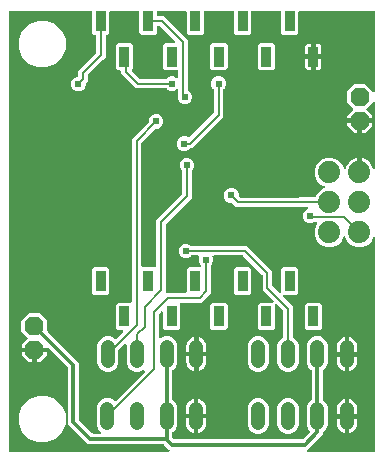
<source format=gbr>
G04 EAGLE Gerber X2 export*
%TF.Part,Single*%
%TF.FileFunction,Copper,L2,Bot,Mixed*%
%TF.FilePolarity,Positive*%
%TF.GenerationSoftware,Autodesk,EAGLE,9.1.3*%
%TF.CreationDate,2018-09-23T19:11:10Z*%
G75*
%MOMM*%
%FSLAX34Y34*%
%LPD*%
%AMOC8*
5,1,8,0,0,1.08239X$1,22.5*%
G01*
%ADD10C,1.879600*%
%ADD11R,0.850000X1.700000*%
%ADD12C,1.200000*%
%ADD13P,1.732040X8X22.500000*%
%ADD14C,0.604000*%
%ADD15C,0.203200*%
%ADD16C,0.304800*%

G36*
X138685Y3815D02*
X138685Y3815D01*
X138714Y3812D01*
X138825Y3835D01*
X138937Y3851D01*
X138964Y3863D01*
X138992Y3868D01*
X139093Y3920D01*
X139196Y3967D01*
X139219Y3986D01*
X139245Y3999D01*
X139327Y4077D01*
X139413Y4150D01*
X139430Y4175D01*
X139451Y4195D01*
X139508Y4293D01*
X139571Y4387D01*
X139580Y4415D01*
X139595Y4440D01*
X139622Y4550D01*
X139657Y4658D01*
X139657Y4688D01*
X139665Y4716D01*
X139661Y4829D01*
X139664Y4942D01*
X139657Y4971D01*
X139656Y5000D01*
X139621Y5108D01*
X139592Y5217D01*
X139577Y5243D01*
X139568Y5271D01*
X139523Y5334D01*
X139447Y5462D01*
X139401Y5505D01*
X139373Y5544D01*
X135055Y9862D01*
X134985Y9914D01*
X134922Y9974D01*
X134872Y10000D01*
X134828Y10033D01*
X134746Y10064D01*
X134668Y10104D01*
X134621Y10112D01*
X134562Y10134D01*
X134415Y10146D01*
X134337Y10159D01*
X70750Y10159D01*
X53593Y27316D01*
X53593Y75155D01*
X53581Y75242D01*
X53578Y75329D01*
X53561Y75382D01*
X53553Y75437D01*
X53518Y75517D01*
X53491Y75600D01*
X53463Y75639D01*
X53437Y75696D01*
X53341Y75810D01*
X53296Y75873D01*
X37265Y91904D01*
X37196Y91956D01*
X37132Y92016D01*
X37082Y92042D01*
X37038Y92075D01*
X36956Y92106D01*
X36878Y92146D01*
X36831Y92154D01*
X36772Y92176D01*
X36625Y92188D01*
X36547Y92201D01*
X26162Y92201D01*
X26104Y92193D01*
X26046Y92195D01*
X25964Y92173D01*
X25881Y92161D01*
X25827Y92137D01*
X25771Y92123D01*
X25698Y92080D01*
X25621Y92045D01*
X25577Y92007D01*
X25526Y91977D01*
X25469Y91916D01*
X25404Y91861D01*
X25372Y91813D01*
X25332Y91770D01*
X25293Y91695D01*
X25247Y91625D01*
X25229Y91569D01*
X25202Y91517D01*
X25191Y91449D01*
X25161Y91354D01*
X25158Y91254D01*
X25147Y91186D01*
X25147Y90169D01*
X25145Y90169D01*
X25145Y91186D01*
X25138Y91234D01*
X25138Y91239D01*
X25137Y91244D01*
X25138Y91302D01*
X25117Y91384D01*
X25105Y91467D01*
X25081Y91521D01*
X25067Y91577D01*
X25024Y91650D01*
X24989Y91727D01*
X24951Y91772D01*
X24921Y91822D01*
X24860Y91880D01*
X24805Y91944D01*
X24757Y91976D01*
X24714Y92016D01*
X24639Y92055D01*
X24569Y92101D01*
X24513Y92119D01*
X24461Y92146D01*
X24393Y92157D01*
X24298Y92187D01*
X24198Y92190D01*
X24130Y92201D01*
X14604Y92201D01*
X14604Y94537D01*
X19321Y99253D01*
X19356Y99300D01*
X19398Y99340D01*
X19441Y99413D01*
X19492Y99480D01*
X19512Y99535D01*
X19542Y99585D01*
X19563Y99667D01*
X19593Y99746D01*
X19598Y99804D01*
X19612Y99861D01*
X19609Y99945D01*
X19616Y100029D01*
X19605Y100086D01*
X19603Y100145D01*
X19577Y100225D01*
X19560Y100308D01*
X19534Y100360D01*
X19516Y100415D01*
X19475Y100472D01*
X19429Y100560D01*
X19361Y100633D01*
X19321Y100689D01*
X14096Y105913D01*
X14096Y115067D01*
X20569Y121540D01*
X29723Y121540D01*
X36196Y115067D01*
X36196Y106328D01*
X36203Y106273D01*
X36202Y106235D01*
X36209Y106209D01*
X36211Y106154D01*
X36228Y106101D01*
X36236Y106046D01*
X36271Y105966D01*
X36298Y105883D01*
X36326Y105844D01*
X36352Y105787D01*
X36448Y105673D01*
X36493Y105610D01*
X62739Y79364D01*
X62739Y31525D01*
X62751Y31438D01*
X62754Y31351D01*
X62771Y31298D01*
X62779Y31243D01*
X62814Y31163D01*
X62841Y31080D01*
X62869Y31041D01*
X62895Y30984D01*
X62991Y30870D01*
X63036Y30807D01*
X74241Y19602D01*
X74311Y19550D01*
X74374Y19490D01*
X74424Y19464D01*
X74468Y19431D01*
X74550Y19400D01*
X74628Y19360D01*
X74675Y19352D01*
X74734Y19330D01*
X74881Y19318D01*
X74959Y19305D01*
X80789Y19305D01*
X80819Y19309D01*
X80848Y19306D01*
X80959Y19329D01*
X81071Y19345D01*
X81098Y19357D01*
X81126Y19362D01*
X81227Y19415D01*
X81330Y19461D01*
X81353Y19480D01*
X81379Y19493D01*
X81461Y19571D01*
X81547Y19644D01*
X81564Y19669D01*
X81585Y19689D01*
X81642Y19787D01*
X81705Y19881D01*
X81714Y19909D01*
X81729Y19934D01*
X81756Y20044D01*
X81791Y20152D01*
X81791Y20182D01*
X81799Y20210D01*
X81795Y20323D01*
X81798Y20436D01*
X81791Y20465D01*
X81790Y20494D01*
X81755Y20602D01*
X81726Y20711D01*
X81711Y20737D01*
X81702Y20765D01*
X81657Y20828D01*
X81581Y20956D01*
X81535Y20999D01*
X81507Y21038D01*
X79381Y23164D01*
X78003Y26490D01*
X78003Y42090D01*
X79381Y45416D01*
X81926Y47961D01*
X85252Y49339D01*
X88852Y49339D01*
X92178Y47961D01*
X92858Y47281D01*
X92905Y47245D01*
X92945Y47203D01*
X93018Y47160D01*
X93086Y47110D01*
X93140Y47089D01*
X93191Y47059D01*
X93272Y47038D01*
X93351Y47008D01*
X93410Y47004D01*
X93466Y46989D01*
X93550Y46992D01*
X93635Y46985D01*
X93692Y46996D01*
X93750Y46998D01*
X93831Y47024D01*
X93913Y47041D01*
X93965Y47068D01*
X94021Y47086D01*
X94077Y47126D01*
X94166Y47172D01*
X94238Y47240D01*
X94294Y47281D01*
X118403Y71390D01*
X118455Y71458D01*
X118514Y71521D01*
X118540Y71572D01*
X118574Y71617D01*
X118605Y71697D01*
X118644Y71774D01*
X118655Y71829D01*
X118676Y71883D01*
X118683Y71968D01*
X118699Y72053D01*
X118694Y72109D01*
X118699Y72166D01*
X118682Y72250D01*
X118675Y72336D01*
X118654Y72389D01*
X118643Y72445D01*
X118604Y72521D01*
X118573Y72601D01*
X118538Y72647D01*
X118512Y72697D01*
X118453Y72759D01*
X118401Y72828D01*
X118356Y72862D01*
X118316Y72903D01*
X118242Y72947D01*
X118173Y72998D01*
X118120Y73018D01*
X118071Y73047D01*
X117988Y73068D01*
X117907Y73098D01*
X117851Y73103D01*
X117796Y73117D01*
X117710Y73114D01*
X117624Y73121D01*
X117576Y73110D01*
X117511Y73108D01*
X117374Y73063D01*
X117297Y73046D01*
X114030Y71692D01*
X110430Y71692D01*
X107104Y73070D01*
X104559Y75615D01*
X103181Y78941D01*
X103181Y94493D01*
X103177Y94522D01*
X103179Y94551D01*
X103157Y94662D01*
X103141Y94774D01*
X103129Y94801D01*
X103123Y94830D01*
X103071Y94930D01*
X103025Y95034D01*
X103006Y95056D01*
X102992Y95082D01*
X102915Y95164D01*
X102841Y95251D01*
X102817Y95267D01*
X102797Y95288D01*
X102699Y95346D01*
X102605Y95408D01*
X102577Y95417D01*
X102551Y95432D01*
X102442Y95460D01*
X102334Y95494D01*
X102304Y95495D01*
X102276Y95502D01*
X102163Y95499D01*
X102049Y95501D01*
X102021Y95494D01*
X101992Y95493D01*
X101884Y95458D01*
X101774Y95430D01*
X101749Y95415D01*
X101721Y95406D01*
X101657Y95360D01*
X101530Y95284D01*
X101487Y95239D01*
X101448Y95211D01*
X96576Y90339D01*
X96523Y90269D01*
X96463Y90205D01*
X96438Y90156D01*
X96405Y90111D01*
X96374Y90030D01*
X96334Y89952D01*
X96326Y89904D01*
X96304Y89846D01*
X96291Y89698D01*
X96279Y89621D01*
X96279Y78941D01*
X94901Y75615D01*
X92356Y73070D01*
X89030Y71692D01*
X85430Y71692D01*
X82104Y73070D01*
X79559Y75615D01*
X78181Y78941D01*
X78181Y94541D01*
X79559Y97867D01*
X82104Y100412D01*
X85430Y101790D01*
X89030Y101790D01*
X92356Y100412D01*
X93036Y99732D01*
X93083Y99696D01*
X93123Y99654D01*
X93196Y99611D01*
X93263Y99561D01*
X93318Y99540D01*
X93368Y99510D01*
X93450Y99489D01*
X93529Y99459D01*
X93587Y99455D01*
X93644Y99440D01*
X93728Y99443D01*
X93812Y99436D01*
X93870Y99447D01*
X93928Y99449D01*
X94008Y99475D01*
X94091Y99492D01*
X94143Y99519D01*
X94199Y99537D01*
X94255Y99577D01*
X94343Y99623D01*
X94416Y99691D01*
X94472Y99732D01*
X100045Y105304D01*
X100062Y105328D01*
X100085Y105347D01*
X100147Y105441D01*
X100215Y105531D01*
X100226Y105559D01*
X100242Y105583D01*
X100276Y105691D01*
X100317Y105797D01*
X100319Y105826D01*
X100328Y105854D01*
X100331Y105968D01*
X100340Y106080D01*
X100334Y106109D01*
X100335Y106138D01*
X100307Y106248D01*
X100284Y106359D01*
X100271Y106385D01*
X100263Y106413D01*
X100206Y106511D01*
X100153Y106611D01*
X100133Y106633D01*
X100118Y106658D01*
X100036Y106735D01*
X99958Y106817D01*
X99932Y106832D01*
X99911Y106852D01*
X99810Y106904D01*
X99712Y106961D01*
X99684Y106968D01*
X99658Y106982D01*
X99580Y106995D01*
X99437Y107031D01*
X99374Y107029D01*
X99327Y107037D01*
X95919Y107037D01*
X94133Y108823D01*
X94133Y128349D01*
X95919Y130135D01*
X106680Y130135D01*
X106738Y130143D01*
X106796Y130141D01*
X106878Y130163D01*
X106962Y130175D01*
X107015Y130198D01*
X107071Y130213D01*
X107144Y130256D01*
X107221Y130291D01*
X107266Y130329D01*
X107316Y130358D01*
X107374Y130420D01*
X107438Y130474D01*
X107470Y130523D01*
X107510Y130566D01*
X107549Y130641D01*
X107596Y130711D01*
X107613Y130767D01*
X107640Y130819D01*
X107651Y130887D01*
X107681Y130982D01*
X107684Y131082D01*
X107695Y131150D01*
X107695Y268892D01*
X121904Y283100D01*
X121956Y283170D01*
X122016Y283234D01*
X122042Y283283D01*
X122075Y283328D01*
X122106Y283409D01*
X122146Y283487D01*
X122154Y283535D01*
X122176Y283593D01*
X122188Y283741D01*
X122201Y283818D01*
X122201Y284925D01*
X123125Y287156D01*
X124832Y288863D01*
X127063Y289787D01*
X129477Y289787D01*
X131708Y288863D01*
X133415Y287156D01*
X134339Y284925D01*
X134339Y282511D01*
X133415Y280280D01*
X131708Y278573D01*
X129477Y277649D01*
X128370Y277649D01*
X128284Y277637D01*
X128196Y277634D01*
X128144Y277617D01*
X128089Y277609D01*
X128009Y277574D01*
X127926Y277547D01*
X127886Y277519D01*
X127829Y277493D01*
X127716Y277397D01*
X127652Y277352D01*
X116122Y265822D01*
X116070Y265752D01*
X116010Y265688D01*
X115984Y265639D01*
X115951Y265594D01*
X115920Y265513D01*
X115880Y265435D01*
X115872Y265387D01*
X115850Y265329D01*
X115838Y265181D01*
X115825Y265104D01*
X115825Y161150D01*
X115832Y161096D01*
X115831Y161058D01*
X115832Y161056D01*
X115831Y161034D01*
X115853Y160952D01*
X115865Y160868D01*
X115888Y160815D01*
X115903Y160759D01*
X115946Y160686D01*
X115981Y160609D01*
X116019Y160564D01*
X116048Y160514D01*
X116110Y160456D01*
X116164Y160392D01*
X116213Y160360D01*
X116256Y160320D01*
X116331Y160281D01*
X116401Y160234D01*
X116457Y160217D01*
X116509Y160190D01*
X116577Y160179D01*
X116672Y160149D01*
X116772Y160146D01*
X116840Y160135D01*
X126996Y160135D01*
X127017Y160119D01*
X127045Y160108D01*
X127069Y160092D01*
X127177Y160058D01*
X127283Y160017D01*
X127312Y160015D01*
X127340Y160006D01*
X127453Y160003D01*
X127566Y159994D01*
X127595Y159999D01*
X127624Y159999D01*
X127734Y160027D01*
X127845Y160050D01*
X127871Y160063D01*
X127899Y160071D01*
X127997Y160128D01*
X128097Y160181D01*
X128119Y160201D01*
X128144Y160216D01*
X128221Y160298D01*
X128303Y160376D01*
X128318Y160402D01*
X128338Y160423D01*
X128390Y160524D01*
X128447Y160622D01*
X128454Y160650D01*
X128468Y160676D01*
X128481Y160753D01*
X128517Y160897D01*
X128515Y160960D01*
X128523Y161007D01*
X128523Y200312D01*
X150070Y221858D01*
X150122Y221928D01*
X150182Y221992D01*
X150208Y222041D01*
X150241Y222086D01*
X150272Y222167D01*
X150312Y222245D01*
X150320Y222293D01*
X150342Y222351D01*
X150354Y222499D01*
X150367Y222576D01*
X150367Y241442D01*
X150360Y241490D01*
X150361Y241496D01*
X150359Y241503D01*
X150355Y241528D01*
X150352Y241616D01*
X150335Y241668D01*
X150327Y241723D01*
X150292Y241803D01*
X150265Y241886D01*
X150237Y241926D01*
X150211Y241983D01*
X150115Y242096D01*
X150070Y242160D01*
X149033Y243196D01*
X148109Y245427D01*
X148109Y247841D01*
X149033Y250072D01*
X150740Y251779D01*
X152971Y252703D01*
X155385Y252703D01*
X157616Y251779D01*
X159323Y250072D01*
X160247Y247841D01*
X160247Y245427D01*
X159323Y243196D01*
X158794Y242668D01*
X158742Y242598D01*
X158682Y242534D01*
X158656Y242485D01*
X158623Y242440D01*
X158592Y242359D01*
X158552Y242281D01*
X158544Y242233D01*
X158522Y242175D01*
X158510Y242027D01*
X158497Y241950D01*
X158497Y218788D01*
X136950Y197242D01*
X136898Y197172D01*
X136838Y197108D01*
X136812Y197059D01*
X136779Y197014D01*
X136748Y196933D01*
X136708Y196855D01*
X136700Y196807D01*
X136678Y196749D01*
X136666Y196601D01*
X136653Y196524D01*
X136653Y139446D01*
X136661Y139388D01*
X136659Y139330D01*
X136681Y139248D01*
X136693Y139164D01*
X136716Y139111D01*
X136731Y139055D01*
X136774Y138982D01*
X136809Y138905D01*
X136847Y138860D01*
X136876Y138810D01*
X136938Y138752D01*
X136992Y138688D01*
X137041Y138656D01*
X137084Y138616D01*
X137159Y138577D01*
X137229Y138530D01*
X137285Y138513D01*
X137337Y138486D01*
X137405Y138475D01*
X137500Y138445D01*
X137600Y138442D01*
X137668Y138431D01*
X153118Y138431D01*
X153176Y138439D01*
X153234Y138437D01*
X153316Y138459D01*
X153400Y138471D01*
X153453Y138494D01*
X153509Y138509D01*
X153582Y138552D01*
X153659Y138587D01*
X153704Y138625D01*
X153754Y138654D01*
X153812Y138716D01*
X153876Y138770D01*
X153908Y138819D01*
X153948Y138862D01*
X153987Y138937D01*
X154034Y139007D01*
X154051Y139063D01*
X154078Y139115D01*
X154089Y139183D01*
X154119Y139278D01*
X154122Y139378D01*
X154133Y139446D01*
X154133Y158349D01*
X155919Y160135D01*
X165354Y160135D01*
X165412Y160143D01*
X165470Y160141D01*
X165552Y160163D01*
X165636Y160175D01*
X165689Y160198D01*
X165745Y160213D01*
X165818Y160256D01*
X165895Y160291D01*
X165940Y160329D01*
X165990Y160358D01*
X166048Y160420D01*
X166112Y160474D01*
X166144Y160523D01*
X166184Y160566D01*
X166223Y160641D01*
X166270Y160711D01*
X166287Y160767D01*
X166314Y160819D01*
X166325Y160887D01*
X166355Y160982D01*
X166358Y161082D01*
X166369Y161150D01*
X166369Y161432D01*
X166357Y161518D01*
X166354Y161606D01*
X166337Y161658D01*
X166329Y161713D01*
X166294Y161793D01*
X166267Y161876D01*
X166239Y161916D01*
X166213Y161973D01*
X166117Y162086D01*
X166072Y162150D01*
X165289Y162932D01*
X164365Y165163D01*
X164365Y167577D01*
X164862Y168775D01*
X164890Y168887D01*
X164925Y168996D01*
X164926Y169024D01*
X164933Y169051D01*
X164929Y169165D01*
X164932Y169280D01*
X164925Y169307D01*
X164924Y169335D01*
X164889Y169444D01*
X164860Y169555D01*
X164846Y169579D01*
X164838Y169606D01*
X164774Y169701D01*
X164715Y169800D01*
X164695Y169819D01*
X164679Y169842D01*
X164592Y169916D01*
X164508Y169994D01*
X164483Y170007D01*
X164462Y170025D01*
X164357Y170071D01*
X164255Y170124D01*
X164230Y170128D01*
X164202Y170140D01*
X163938Y170177D01*
X163924Y170179D01*
X158354Y170179D01*
X158268Y170167D01*
X158180Y170164D01*
X158128Y170147D01*
X158073Y170139D01*
X157993Y170104D01*
X157910Y170077D01*
X157870Y170049D01*
X157813Y170023D01*
X157700Y169927D01*
X157636Y169882D01*
X156854Y169099D01*
X154623Y168175D01*
X152209Y168175D01*
X149978Y169099D01*
X148271Y170806D01*
X147347Y173037D01*
X147347Y175451D01*
X148271Y177682D01*
X149978Y179389D01*
X152209Y180313D01*
X154623Y180313D01*
X156854Y179389D01*
X157636Y178606D01*
X157706Y178554D01*
X157770Y178494D01*
X157819Y178468D01*
X157864Y178435D01*
X157945Y178404D01*
X158023Y178364D01*
X158071Y178356D01*
X158129Y178334D01*
X158277Y178322D01*
X158354Y178309D01*
X205138Y178309D01*
X226569Y156878D01*
X226569Y144852D01*
X226581Y144766D01*
X226584Y144678D01*
X226601Y144626D01*
X226609Y144571D01*
X226644Y144491D01*
X226671Y144408D01*
X226699Y144368D01*
X226725Y144311D01*
X226821Y144198D01*
X226866Y144134D01*
X232400Y138600D01*
X232424Y138583D01*
X232443Y138560D01*
X232537Y138497D01*
X232627Y138429D01*
X232655Y138419D01*
X232679Y138403D01*
X232787Y138368D01*
X232893Y138328D01*
X232922Y138326D01*
X232950Y138317D01*
X233064Y138314D01*
X233176Y138305D01*
X233205Y138310D01*
X233234Y138310D01*
X233344Y138338D01*
X233455Y138360D01*
X233481Y138374D01*
X233509Y138381D01*
X233607Y138439D01*
X233707Y138491D01*
X233729Y138512D01*
X233754Y138527D01*
X233831Y138609D01*
X233913Y138687D01*
X233928Y138713D01*
X233948Y138734D01*
X234000Y138835D01*
X234057Y138933D01*
X234064Y138961D01*
X234078Y138987D01*
X234091Y139064D01*
X234127Y139208D01*
X234125Y139271D01*
X234133Y139318D01*
X234133Y158349D01*
X235919Y160135D01*
X246945Y160135D01*
X248731Y158349D01*
X248731Y138823D01*
X246945Y137037D01*
X236414Y137037D01*
X236385Y137033D01*
X236356Y137036D01*
X236245Y137013D01*
X236133Y136997D01*
X236106Y136985D01*
X236077Y136980D01*
X235977Y136928D01*
X235873Y136881D01*
X235851Y136862D01*
X235825Y136849D01*
X235743Y136771D01*
X235656Y136698D01*
X235640Y136673D01*
X235619Y136653D01*
X235561Y136555D01*
X235499Y136461D01*
X235490Y136433D01*
X235475Y136408D01*
X235447Y136298D01*
X235413Y136190D01*
X235412Y136160D01*
X235405Y136132D01*
X235408Y136019D01*
X235406Y135906D01*
X235413Y135877D01*
X235414Y135848D01*
X235449Y135740D01*
X235477Y135631D01*
X235492Y135605D01*
X235501Y135577D01*
X235547Y135514D01*
X235623Y135386D01*
X235668Y135343D01*
X235696Y135304D01*
X241416Y129584D01*
X244095Y126906D01*
X244095Y101313D01*
X244095Y101312D01*
X244095Y101310D01*
X244116Y101166D01*
X244135Y101032D01*
X244135Y101031D01*
X244135Y101029D01*
X244196Y100895D01*
X244251Y100773D01*
X244252Y100771D01*
X244253Y100770D01*
X244346Y100661D01*
X244434Y100556D01*
X244436Y100555D01*
X244437Y100553D01*
X244450Y100545D01*
X244671Y100398D01*
X244700Y100389D01*
X244722Y100375D01*
X244940Y100285D01*
X247485Y97740D01*
X248863Y94414D01*
X248863Y78814D01*
X247485Y75488D01*
X244940Y72943D01*
X241614Y71565D01*
X238014Y71565D01*
X234688Y72943D01*
X232143Y75488D01*
X230765Y78814D01*
X230765Y94414D01*
X232143Y97740D01*
X234688Y100285D01*
X235339Y100554D01*
X235340Y100555D01*
X235341Y100556D01*
X235460Y100626D01*
X235583Y100699D01*
X235584Y100700D01*
X235586Y100701D01*
X235682Y100804D01*
X235779Y100906D01*
X235779Y100907D01*
X235780Y100908D01*
X235844Y101032D01*
X235909Y101158D01*
X235909Y101160D01*
X235910Y101161D01*
X235912Y101176D01*
X235964Y101437D01*
X235961Y101468D01*
X235965Y101492D01*
X235965Y123118D01*
X235953Y123204D01*
X235950Y123292D01*
X235933Y123344D01*
X235925Y123399D01*
X235890Y123479D01*
X235863Y123562D01*
X235835Y123602D01*
X235809Y123659D01*
X235713Y123772D01*
X235668Y123836D01*
X230464Y129040D01*
X230440Y129057D01*
X230421Y129080D01*
X230327Y129143D01*
X230237Y129211D01*
X230209Y129221D01*
X230185Y129237D01*
X230077Y129272D01*
X229971Y129312D01*
X229942Y129314D01*
X229914Y129323D01*
X229800Y129326D01*
X229688Y129335D01*
X229659Y129330D01*
X229630Y129330D01*
X229520Y129302D01*
X229409Y129280D01*
X229383Y129266D01*
X229355Y129259D01*
X229257Y129201D01*
X229157Y129149D01*
X229135Y129128D01*
X229110Y129113D01*
X229033Y129031D01*
X228951Y128953D01*
X228936Y128927D01*
X228916Y128906D01*
X228864Y128805D01*
X228807Y128707D01*
X228800Y128679D01*
X228786Y128653D01*
X228773Y128576D01*
X228737Y128432D01*
X228739Y128369D01*
X228731Y128322D01*
X228731Y108823D01*
X226945Y107037D01*
X215919Y107037D01*
X214133Y108823D01*
X214133Y128349D01*
X215919Y130135D01*
X226918Y130135D01*
X226947Y130139D01*
X226976Y130136D01*
X227087Y130159D01*
X227199Y130175D01*
X227226Y130187D01*
X227255Y130192D01*
X227355Y130244D01*
X227459Y130291D01*
X227481Y130310D01*
X227507Y130323D01*
X227589Y130401D01*
X227676Y130474D01*
X227692Y130499D01*
X227713Y130519D01*
X227771Y130617D01*
X227833Y130711D01*
X227842Y130739D01*
X227857Y130764D01*
X227885Y130874D01*
X227919Y130982D01*
X227920Y131012D01*
X227927Y131040D01*
X227924Y131153D01*
X227926Y131266D01*
X227919Y131295D01*
X227918Y131324D01*
X227883Y131432D01*
X227855Y131541D01*
X227840Y131567D01*
X227831Y131595D01*
X227785Y131658D01*
X227709Y131786D01*
X227664Y131829D01*
X227636Y131868D01*
X218439Y141064D01*
X218439Y153090D01*
X218432Y153142D01*
X218433Y153169D01*
X218427Y153192D01*
X218424Y153264D01*
X218407Y153316D01*
X218399Y153371D01*
X218364Y153451D01*
X218337Y153534D01*
X218309Y153574D01*
X218283Y153631D01*
X218187Y153744D01*
X218142Y153808D01*
X202068Y169882D01*
X201998Y169934D01*
X201934Y169994D01*
X201885Y170020D01*
X201840Y170053D01*
X201759Y170084D01*
X201681Y170124D01*
X201633Y170132D01*
X201575Y170154D01*
X201427Y170166D01*
X201350Y170179D01*
X176944Y170179D01*
X176831Y170163D01*
X176716Y170153D01*
X176690Y170143D01*
X176663Y170139D01*
X176558Y170092D01*
X176451Y170051D01*
X176429Y170035D01*
X176403Y170023D01*
X176316Y169949D01*
X176224Y169880D01*
X176208Y169857D01*
X176186Y169840D01*
X176123Y169744D01*
X176054Y169652D01*
X176044Y169626D01*
X176029Y169603D01*
X175994Y169493D01*
X175954Y169386D01*
X175951Y169358D01*
X175943Y169332D01*
X175940Y169217D01*
X175931Y169103D01*
X175937Y169078D01*
X175936Y169048D01*
X176003Y168791D01*
X176006Y168775D01*
X176503Y167577D01*
X176503Y165163D01*
X175579Y162932D01*
X174796Y162150D01*
X174744Y162080D01*
X174684Y162016D01*
X174658Y161967D01*
X174625Y161922D01*
X174594Y161841D01*
X174554Y161763D01*
X174546Y161715D01*
X174524Y161657D01*
X174512Y161509D01*
X174499Y161432D01*
X174499Y138016D01*
X166784Y130301D01*
X149229Y130301D01*
X149200Y130297D01*
X149171Y130300D01*
X149060Y130277D01*
X148948Y130261D01*
X148921Y130249D01*
X148892Y130244D01*
X148792Y130191D01*
X148688Y130145D01*
X148666Y130126D01*
X148640Y130113D01*
X148558Y130035D01*
X148471Y129962D01*
X148455Y129937D01*
X148434Y129917D01*
X148377Y129819D01*
X148314Y129725D01*
X148305Y129697D01*
X148290Y129672D01*
X148262Y129562D01*
X148228Y129454D01*
X148227Y129424D01*
X148220Y129396D01*
X148224Y129283D01*
X148221Y129170D01*
X148228Y129141D01*
X148229Y129112D01*
X148264Y129004D01*
X148293Y128895D01*
X148307Y128869D01*
X148317Y128841D01*
X148362Y128777D01*
X148438Y128650D01*
X148483Y128607D01*
X148511Y128568D01*
X148731Y128349D01*
X148731Y108823D01*
X146945Y107037D01*
X135919Y107037D01*
X134133Y108823D01*
X134133Y121870D01*
X134129Y121899D01*
X134132Y121928D01*
X134109Y122039D01*
X134093Y122151D01*
X134081Y122178D01*
X134076Y122207D01*
X134023Y122308D01*
X133977Y122411D01*
X133958Y122433D01*
X133945Y122459D01*
X133867Y122541D01*
X133794Y122628D01*
X133769Y122644D01*
X133749Y122665D01*
X133651Y122722D01*
X133557Y122785D01*
X133529Y122794D01*
X133504Y122809D01*
X133394Y122837D01*
X133286Y122871D01*
X133256Y122872D01*
X133228Y122879D01*
X133115Y122876D01*
X133002Y122878D01*
X132973Y122871D01*
X132944Y122870D01*
X132836Y122835D01*
X132727Y122807D01*
X132701Y122792D01*
X132673Y122783D01*
X132609Y122737D01*
X132482Y122661D01*
X132439Y122616D01*
X132400Y122588D01*
X130854Y121042D01*
X130802Y120972D01*
X130742Y120908D01*
X130716Y120859D01*
X130683Y120814D01*
X130652Y120733D01*
X130612Y120655D01*
X130604Y120607D01*
X130582Y120549D01*
X130570Y120401D01*
X130557Y120324D01*
X130557Y101291D01*
X130573Y101177D01*
X130583Y101062D01*
X130593Y101037D01*
X130597Y101009D01*
X130644Y100904D01*
X130685Y100797D01*
X130701Y100775D01*
X130713Y100750D01*
X130787Y100662D01*
X130856Y100570D01*
X130879Y100554D01*
X130896Y100533D01*
X130992Y100469D01*
X131084Y100400D01*
X131110Y100391D01*
X131133Y100375D01*
X131243Y100340D01*
X131350Y100300D01*
X131378Y100298D01*
X131404Y100289D01*
X131519Y100286D01*
X131633Y100277D01*
X131658Y100283D01*
X131688Y100282D01*
X131945Y100349D01*
X131961Y100353D01*
X135430Y101790D01*
X139030Y101790D01*
X142356Y100412D01*
X144901Y97867D01*
X146279Y94541D01*
X146279Y78941D01*
X144901Y75615D01*
X142356Y73070D01*
X142252Y73027D01*
X142250Y73026D01*
X142249Y73026D01*
X142131Y72955D01*
X142007Y72882D01*
X142006Y72881D01*
X142004Y72880D01*
X141906Y72776D01*
X141812Y72676D01*
X141811Y72674D01*
X141810Y72673D01*
X141745Y72546D01*
X141681Y72423D01*
X141681Y72421D01*
X141680Y72420D01*
X141678Y72405D01*
X141626Y72144D01*
X141629Y72113D01*
X141625Y72089D01*
X141625Y48869D01*
X141625Y48867D01*
X141625Y48865D01*
X141646Y48719D01*
X141665Y48587D01*
X141665Y48586D01*
X141665Y48584D01*
X141724Y48455D01*
X141781Y48328D01*
X141782Y48326D01*
X141783Y48325D01*
X141873Y48219D01*
X141964Y48111D01*
X141966Y48110D01*
X141967Y48109D01*
X141980Y48101D01*
X142155Y47984D01*
X144723Y45416D01*
X146101Y42090D01*
X146101Y26490D01*
X144723Y23164D01*
X142146Y20587D01*
X142129Y20577D01*
X142007Y20505D01*
X142006Y20504D01*
X142004Y20503D01*
X141903Y20395D01*
X141812Y20298D01*
X141811Y20297D01*
X141810Y20296D01*
X141745Y20168D01*
X141681Y20046D01*
X141681Y20044D01*
X141680Y20043D01*
X141678Y20027D01*
X141626Y19767D01*
X141629Y19736D01*
X141625Y19711D01*
X141625Y16647D01*
X141637Y16560D01*
X141640Y16473D01*
X141657Y16420D01*
X141665Y16365D01*
X141700Y16285D01*
X141727Y16202D01*
X141755Y16163D01*
X141781Y16106D01*
X141877Y15992D01*
X141922Y15929D01*
X143075Y14776D01*
X143145Y14724D01*
X143208Y14664D01*
X143258Y14638D01*
X143302Y14605D01*
X143384Y14574D01*
X143462Y14534D01*
X143509Y14526D01*
X143568Y14504D01*
X143715Y14492D01*
X143793Y14479D01*
X251685Y14479D01*
X251772Y14491D01*
X251859Y14494D01*
X251912Y14511D01*
X251967Y14519D01*
X252047Y14554D01*
X252130Y14581D01*
X252169Y14609D01*
X252226Y14635D01*
X252339Y14731D01*
X252403Y14776D01*
X258122Y20495D01*
X258157Y20542D01*
X258200Y20582D01*
X258243Y20655D01*
X258293Y20722D01*
X258314Y20777D01*
X258344Y20827D01*
X258364Y20909D01*
X258394Y20988D01*
X258399Y21046D01*
X258414Y21103D01*
X258411Y21187D01*
X258418Y21271D01*
X258406Y21329D01*
X258405Y21387D01*
X258379Y21467D01*
X258362Y21550D01*
X258335Y21602D01*
X258317Y21658D01*
X258277Y21714D01*
X258231Y21802D01*
X258162Y21875D01*
X258122Y21931D01*
X257143Y22910D01*
X255765Y26236D01*
X255765Y41836D01*
X257143Y45162D01*
X259720Y47739D01*
X259735Y47748D01*
X259859Y47821D01*
X259860Y47822D01*
X259862Y47823D01*
X259960Y47928D01*
X260054Y48028D01*
X260055Y48029D01*
X260056Y48030D01*
X260121Y48158D01*
X260185Y48280D01*
X260185Y48282D01*
X260186Y48283D01*
X260188Y48299D01*
X260240Y48559D01*
X260237Y48590D01*
X260241Y48615D01*
X260241Y72035D01*
X260241Y72037D01*
X260241Y72039D01*
X260221Y72178D01*
X260201Y72317D01*
X260201Y72318D01*
X260201Y72320D01*
X260142Y72449D01*
X260085Y72576D01*
X260084Y72578D01*
X260083Y72579D01*
X259994Y72684D01*
X259902Y72793D01*
X259900Y72794D01*
X259899Y72795D01*
X259886Y72803D01*
X259711Y72920D01*
X257143Y75488D01*
X255765Y78814D01*
X255765Y94414D01*
X257143Y97740D01*
X259688Y100285D01*
X263014Y101663D01*
X266614Y101663D01*
X269940Y100285D01*
X272485Y97740D01*
X273863Y94414D01*
X273863Y78814D01*
X272485Y75488D01*
X269908Y72911D01*
X269891Y72901D01*
X269769Y72829D01*
X269768Y72828D01*
X269766Y72827D01*
X269668Y72722D01*
X269574Y72622D01*
X269573Y72621D01*
X269572Y72620D01*
X269505Y72490D01*
X269443Y72370D01*
X269443Y72368D01*
X269442Y72367D01*
X269440Y72351D01*
X269388Y72091D01*
X269391Y72060D01*
X269387Y72035D01*
X269387Y48615D01*
X269387Y48613D01*
X269387Y48611D01*
X269408Y48465D01*
X269427Y48333D01*
X269427Y48332D01*
X269427Y48330D01*
X269486Y48201D01*
X269543Y48074D01*
X269544Y48072D01*
X269545Y48071D01*
X269635Y47965D01*
X269726Y47857D01*
X269728Y47856D01*
X269729Y47855D01*
X269742Y47847D01*
X269917Y47730D01*
X272485Y45162D01*
X273863Y41836D01*
X273863Y26236D01*
X272485Y22910D01*
X269908Y20333D01*
X269891Y20323D01*
X269769Y20251D01*
X269768Y20250D01*
X269766Y20249D01*
X269668Y20144D01*
X269574Y20044D01*
X269573Y20043D01*
X269572Y20042D01*
X269507Y19914D01*
X269443Y19792D01*
X269443Y19790D01*
X269442Y19789D01*
X269440Y19773D01*
X269388Y19513D01*
X269391Y19482D01*
X269387Y19457D01*
X269387Y18826D01*
X258870Y8309D01*
X256105Y5544D01*
X256087Y5520D01*
X256065Y5501D01*
X256002Y5407D01*
X255934Y5317D01*
X255923Y5289D01*
X255907Y5265D01*
X255873Y5157D01*
X255833Y5051D01*
X255830Y5022D01*
X255821Y4994D01*
X255818Y4880D01*
X255809Y4768D01*
X255815Y4739D01*
X255814Y4710D01*
X255843Y4600D01*
X255865Y4489D01*
X255878Y4463D01*
X255886Y4435D01*
X255944Y4337D01*
X255996Y4237D01*
X256016Y4215D01*
X256031Y4190D01*
X256114Y4113D01*
X256192Y4031D01*
X256217Y4016D01*
X256238Y3996D01*
X256339Y3944D01*
X256437Y3887D01*
X256465Y3880D01*
X256492Y3866D01*
X256569Y3853D01*
X256712Y3817D01*
X256775Y3819D01*
X256823Y3811D01*
X312674Y3811D01*
X312732Y3819D01*
X312790Y3817D01*
X312872Y3839D01*
X312956Y3851D01*
X313009Y3874D01*
X313065Y3889D01*
X313138Y3932D01*
X313215Y3967D01*
X313260Y4005D01*
X313310Y4034D01*
X313368Y4096D01*
X313432Y4150D01*
X313464Y4199D01*
X313504Y4242D01*
X313543Y4317D01*
X313590Y4387D01*
X313607Y4443D01*
X313634Y4495D01*
X313645Y4563D01*
X313675Y4658D01*
X313678Y4758D01*
X313689Y4826D01*
X313689Y184551D01*
X313682Y184605D01*
X313683Y184642D01*
X313676Y184665D01*
X313675Y184722D01*
X313657Y184776D01*
X313649Y184832D01*
X313614Y184910D01*
X313588Y184992D01*
X313556Y185040D01*
X313533Y185092D01*
X313478Y185157D01*
X313430Y185228D01*
X313386Y185265D01*
X313350Y185309D01*
X313278Y185356D01*
X313212Y185411D01*
X313160Y185435D01*
X313113Y185466D01*
X313031Y185492D01*
X312952Y185527D01*
X312896Y185535D01*
X312842Y185552D01*
X312756Y185554D01*
X312671Y185566D01*
X312615Y185558D01*
X312558Y185559D01*
X312475Y185538D01*
X312389Y185525D01*
X312338Y185502D01*
X312283Y185487D01*
X312209Y185444D01*
X312130Y185408D01*
X312087Y185371D01*
X312038Y185342D01*
X311979Y185279D01*
X311914Y185224D01*
X311888Y185182D01*
X311844Y185135D01*
X311784Y185019D01*
X311748Y184964D01*
X311744Y184952D01*
X311736Y184939D01*
X310856Y182814D01*
X307355Y179313D01*
X302780Y177418D01*
X297828Y177418D01*
X293254Y179313D01*
X289752Y182814D01*
X288542Y185736D01*
X288527Y185761D01*
X288518Y185789D01*
X288455Y185884D01*
X288398Y185981D01*
X288376Y186001D01*
X288360Y186026D01*
X288273Y186099D01*
X288191Y186176D01*
X288165Y186190D01*
X288142Y186209D01*
X288039Y186255D01*
X287938Y186306D01*
X287909Y186312D01*
X287883Y186324D01*
X287770Y186340D01*
X287659Y186361D01*
X287630Y186359D01*
X287601Y186363D01*
X287489Y186347D01*
X287376Y186337D01*
X287349Y186326D01*
X287320Y186322D01*
X287217Y186276D01*
X287111Y186235D01*
X287087Y186217D01*
X287061Y186205D01*
X286974Y186132D01*
X286884Y186063D01*
X286867Y186040D01*
X286844Y186021D01*
X286803Y185954D01*
X286714Y185836D01*
X286692Y185777D01*
X286666Y185736D01*
X285456Y182814D01*
X281955Y179313D01*
X277380Y177418D01*
X272428Y177418D01*
X267854Y179313D01*
X264352Y182814D01*
X262457Y187389D01*
X262457Y192341D01*
X264352Y196916D01*
X264585Y197148D01*
X264603Y197172D01*
X264625Y197191D01*
X264688Y197285D01*
X264756Y197375D01*
X264766Y197403D01*
X264783Y197427D01*
X264817Y197535D01*
X264857Y197641D01*
X264860Y197670D01*
X264868Y197698D01*
X264871Y197811D01*
X264881Y197924D01*
X264875Y197953D01*
X264876Y197982D01*
X264847Y198092D01*
X264825Y198203D01*
X264811Y198229D01*
X264804Y198257D01*
X264746Y198355D01*
X264694Y198455D01*
X264674Y198477D01*
X264659Y198502D01*
X264576Y198579D01*
X264498Y198661D01*
X264473Y198676D01*
X264451Y198696D01*
X264351Y198748D01*
X264253Y198805D01*
X264224Y198812D01*
X264198Y198826D01*
X264121Y198839D01*
X263977Y198875D01*
X263915Y198873D01*
X263867Y198881D01*
X262748Y198881D01*
X262662Y198869D01*
X262574Y198866D01*
X262522Y198849D01*
X262467Y198841D01*
X262387Y198806D01*
X262304Y198779D01*
X262264Y198751D01*
X262207Y198725D01*
X262094Y198629D01*
X262030Y198584D01*
X262010Y198563D01*
X259779Y197639D01*
X257365Y197639D01*
X255134Y198563D01*
X253427Y200270D01*
X252503Y202501D01*
X252503Y204915D01*
X253427Y207146D01*
X255134Y208853D01*
X256086Y209247D01*
X256160Y209291D01*
X256239Y209326D01*
X256282Y209363D01*
X256331Y209392D01*
X256390Y209454D01*
X256456Y209510D01*
X256487Y209557D01*
X256526Y209598D01*
X256565Y209675D01*
X256613Y209746D01*
X256630Y209800D01*
X256656Y209851D01*
X256673Y209935D01*
X256699Y210017D01*
X256700Y210074D01*
X256711Y210130D01*
X256704Y210215D01*
X256706Y210301D01*
X256692Y210356D01*
X256687Y210413D01*
X256656Y210494D01*
X256634Y210576D01*
X256605Y210625D01*
X256585Y210678D01*
X256533Y210747D01*
X256489Y210821D01*
X256448Y210860D01*
X256413Y210905D01*
X256344Y210957D01*
X256282Y211015D01*
X256231Y211041D01*
X256186Y211075D01*
X256105Y211106D01*
X256029Y211145D01*
X255980Y211153D01*
X255920Y211176D01*
X255775Y211187D01*
X255698Y211200D01*
X252929Y211200D01*
X252843Y211188D01*
X252755Y211185D01*
X252703Y211168D01*
X252648Y211160D01*
X252568Y211125D01*
X252485Y211098D01*
X252450Y211073D01*
X196182Y211073D01*
X192642Y214614D01*
X192572Y214666D01*
X192508Y214726D01*
X192459Y214752D01*
X192414Y214785D01*
X192333Y214816D01*
X192255Y214856D01*
X192207Y214864D01*
X192149Y214886D01*
X192001Y214898D01*
X191924Y214911D01*
X190817Y214911D01*
X188586Y215835D01*
X186879Y217542D01*
X185955Y219773D01*
X185955Y222187D01*
X186879Y224418D01*
X188586Y226125D01*
X190817Y227049D01*
X193231Y227049D01*
X195462Y226125D01*
X197169Y224418D01*
X198093Y222187D01*
X198093Y221080D01*
X198105Y220994D01*
X198106Y220970D01*
X198105Y220958D01*
X198106Y220955D01*
X198108Y220906D01*
X198125Y220854D01*
X198133Y220799D01*
X198167Y220722D01*
X198177Y220683D01*
X198183Y220673D01*
X198195Y220636D01*
X198223Y220596D01*
X198249Y220539D01*
X198295Y220485D01*
X198322Y220438D01*
X198363Y220400D01*
X198390Y220362D01*
X199252Y219500D01*
X199322Y219448D01*
X199386Y219388D01*
X199435Y219362D01*
X199480Y219329D01*
X199561Y219298D01*
X199639Y219258D01*
X199687Y219250D01*
X199745Y219228D01*
X199893Y219216D01*
X199970Y219203D01*
X248594Y219203D01*
X248680Y219215D01*
X248768Y219218D01*
X248820Y219235D01*
X248875Y219243D01*
X248955Y219278D01*
X249038Y219305D01*
X249073Y219330D01*
X262437Y219330D01*
X262439Y219330D01*
X262440Y219330D01*
X262580Y219350D01*
X262719Y219370D01*
X262720Y219370D01*
X262722Y219370D01*
X262848Y219427D01*
X262978Y219486D01*
X262979Y219487D01*
X262981Y219488D01*
X263088Y219579D01*
X263195Y219669D01*
X263196Y219671D01*
X263197Y219672D01*
X263205Y219685D01*
X263353Y219906D01*
X263362Y219935D01*
X263375Y219956D01*
X264352Y222316D01*
X267854Y225817D01*
X270775Y227027D01*
X270801Y227042D01*
X270829Y227051D01*
X270923Y227114D01*
X271020Y227172D01*
X271040Y227193D01*
X271065Y227209D01*
X271138Y227296D01*
X271215Y227378D01*
X271229Y227404D01*
X271248Y227427D01*
X271294Y227530D01*
X271346Y227631D01*
X271351Y227660D01*
X271363Y227687D01*
X271379Y227799D01*
X271401Y227910D01*
X271398Y227939D01*
X271402Y227968D01*
X271386Y228080D01*
X271376Y228193D01*
X271366Y228220D01*
X271361Y228249D01*
X271315Y228353D01*
X271274Y228458D01*
X271256Y228482D01*
X271244Y228509D01*
X271171Y228595D01*
X271103Y228685D01*
X271079Y228703D01*
X271060Y228725D01*
X270994Y228767D01*
X270875Y228855D01*
X270816Y228877D01*
X270775Y228903D01*
X267854Y230113D01*
X264352Y233614D01*
X262457Y238189D01*
X262457Y243141D01*
X264352Y247716D01*
X267854Y251217D01*
X272428Y253112D01*
X277380Y253112D01*
X281955Y251217D01*
X285456Y247716D01*
X286973Y244054D01*
X287008Y243994D01*
X287034Y243930D01*
X287080Y243872D01*
X287117Y243809D01*
X287168Y243761D01*
X287211Y243707D01*
X287270Y243664D01*
X287324Y243614D01*
X287386Y243582D01*
X287442Y243542D01*
X287511Y243517D01*
X287577Y243483D01*
X287645Y243470D01*
X287710Y243447D01*
X287783Y243443D01*
X287856Y243428D01*
X287925Y243434D01*
X287994Y243430D01*
X288066Y243446D01*
X288139Y243453D01*
X288203Y243478D01*
X288271Y243493D01*
X288336Y243528D01*
X288404Y243555D01*
X288459Y243596D01*
X288520Y243630D01*
X288572Y243682D01*
X288631Y243726D01*
X288672Y243782D01*
X288721Y243831D01*
X288750Y243886D01*
X288801Y243954D01*
X288842Y244062D01*
X288876Y244128D01*
X289240Y245248D01*
X290093Y246922D01*
X291198Y248443D01*
X292527Y249771D01*
X294047Y250876D01*
X295721Y251729D01*
X297509Y252310D01*
X298273Y252431D01*
X298273Y241681D01*
X298281Y241623D01*
X298280Y241565D01*
X298301Y241483D01*
X298313Y241400D01*
X298337Y241346D01*
X298351Y241290D01*
X298395Y241217D01*
X298429Y241140D01*
X298467Y241096D01*
X298497Y241045D01*
X298558Y240988D01*
X298613Y240923D01*
X298661Y240891D01*
X298704Y240851D01*
X298779Y240812D01*
X298849Y240766D01*
X298905Y240748D01*
X298957Y240721D01*
X299025Y240710D01*
X299120Y240680D01*
X299220Y240677D01*
X299288Y240666D01*
X301320Y240666D01*
X301378Y240674D01*
X301436Y240673D01*
X301518Y240694D01*
X301602Y240706D01*
X301655Y240730D01*
X301712Y240744D01*
X301784Y240787D01*
X301861Y240822D01*
X301906Y240860D01*
X301956Y240890D01*
X302014Y240951D01*
X302078Y241006D01*
X302110Y241054D01*
X302150Y241097D01*
X302189Y241172D01*
X302236Y241242D01*
X302253Y241298D01*
X302280Y241350D01*
X302291Y241418D01*
X302321Y241513D01*
X302324Y241613D01*
X302335Y241681D01*
X302335Y252431D01*
X303100Y252310D01*
X304887Y251729D01*
X306561Y250876D01*
X308082Y249771D01*
X309410Y248443D01*
X310515Y246922D01*
X311368Y245248D01*
X311708Y244201D01*
X311764Y244088D01*
X311815Y243974D01*
X311826Y243961D01*
X311833Y243945D01*
X311917Y243852D01*
X311999Y243757D01*
X312013Y243747D01*
X312024Y243735D01*
X312131Y243669D01*
X312235Y243599D01*
X312251Y243594D01*
X312266Y243585D01*
X312387Y243551D01*
X312506Y243513D01*
X312523Y243513D01*
X312539Y243508D01*
X312665Y243509D01*
X312790Y243506D01*
X312807Y243510D01*
X312824Y243510D01*
X312944Y243546D01*
X313065Y243578D01*
X313080Y243586D01*
X313096Y243591D01*
X313202Y243659D01*
X313310Y243723D01*
X313321Y243735D01*
X313336Y243745D01*
X313418Y243839D01*
X313504Y243930D01*
X313512Y243945D01*
X313523Y243958D01*
X313577Y244072D01*
X313634Y244183D01*
X313636Y244199D01*
X313644Y244215D01*
X313689Y244496D01*
X313688Y244505D01*
X313689Y244514D01*
X313689Y299422D01*
X313685Y299451D01*
X313688Y299480D01*
X313665Y299591D01*
X313649Y299703D01*
X313637Y299730D01*
X313632Y299759D01*
X313580Y299859D01*
X313533Y299962D01*
X313514Y299985D01*
X313501Y300011D01*
X313423Y300093D01*
X313350Y300179D01*
X313325Y300196D01*
X313305Y300217D01*
X313207Y300274D01*
X313113Y300337D01*
X313085Y300346D01*
X313060Y300361D01*
X312950Y300389D01*
X312842Y300423D01*
X312812Y300424D01*
X312784Y300431D01*
X312671Y300427D01*
X312558Y300430D01*
X312529Y300423D01*
X312500Y300422D01*
X312392Y300387D01*
X312283Y300358D01*
X312257Y300343D01*
X312229Y300334D01*
X312166Y300289D01*
X312038Y300213D01*
X311995Y300167D01*
X311956Y300139D01*
X306561Y294745D01*
X306526Y294698D01*
X306484Y294658D01*
X306441Y294585D01*
X306390Y294517D01*
X306370Y294463D01*
X306340Y294412D01*
X306319Y294331D01*
X306289Y294252D01*
X306284Y294193D01*
X306270Y294137D01*
X306273Y294053D01*
X306266Y293969D01*
X306277Y293911D01*
X306279Y293853D01*
X306305Y293773D01*
X306322Y293690D01*
X306348Y293638D01*
X306366Y293582D01*
X306407Y293526D01*
X306453Y293437D01*
X306521Y293365D01*
X306561Y293309D01*
X311278Y288593D01*
X311278Y286257D01*
X301752Y286257D01*
X301694Y286249D01*
X301636Y286251D01*
X301554Y286229D01*
X301471Y286217D01*
X301417Y286193D01*
X301361Y286179D01*
X301288Y286136D01*
X301211Y286101D01*
X301167Y286063D01*
X301116Y286033D01*
X301059Y285972D01*
X300994Y285917D01*
X300962Y285869D01*
X300922Y285826D01*
X300883Y285751D01*
X300837Y285681D01*
X300819Y285625D01*
X300792Y285573D01*
X300781Y285505D01*
X300751Y285410D01*
X300748Y285310D01*
X300737Y285242D01*
X300737Y284225D01*
X300735Y284225D01*
X300735Y285242D01*
X300727Y285300D01*
X300728Y285358D01*
X300707Y285440D01*
X300695Y285523D01*
X300671Y285577D01*
X300657Y285633D01*
X300614Y285706D01*
X300579Y285783D01*
X300541Y285828D01*
X300511Y285878D01*
X300450Y285936D01*
X300395Y286000D01*
X300347Y286032D01*
X300304Y286072D01*
X300229Y286111D01*
X300159Y286157D01*
X300103Y286175D01*
X300051Y286202D01*
X299983Y286213D01*
X299888Y286243D01*
X299788Y286246D01*
X299720Y286257D01*
X290194Y286257D01*
X290194Y288593D01*
X294911Y293309D01*
X294946Y293356D01*
X294988Y293396D01*
X295031Y293469D01*
X295082Y293536D01*
X295102Y293591D01*
X295132Y293641D01*
X295153Y293723D01*
X295183Y293802D01*
X295188Y293860D01*
X295202Y293917D01*
X295199Y294001D01*
X295206Y294085D01*
X295195Y294142D01*
X295193Y294201D01*
X295167Y294281D01*
X295150Y294364D01*
X295124Y294416D01*
X295106Y294471D01*
X295065Y294528D01*
X295019Y294616D01*
X294951Y294688D01*
X294911Y294745D01*
X289686Y299969D01*
X289686Y309123D01*
X296159Y315596D01*
X305313Y315596D01*
X311956Y308953D01*
X311980Y308935D01*
X311999Y308913D01*
X312093Y308850D01*
X312183Y308782D01*
X312211Y308771D01*
X312235Y308755D01*
X312343Y308721D01*
X312449Y308680D01*
X312478Y308678D01*
X312506Y308669D01*
X312620Y308666D01*
X312732Y308657D01*
X312761Y308663D01*
X312790Y308662D01*
X312900Y308690D01*
X313011Y308713D01*
X313037Y308726D01*
X313065Y308734D01*
X313163Y308792D01*
X313263Y308844D01*
X313285Y308864D01*
X313310Y308879D01*
X313387Y308961D01*
X313469Y309040D01*
X313484Y309065D01*
X313504Y309086D01*
X313556Y309187D01*
X313613Y309285D01*
X313620Y309313D01*
X313634Y309339D01*
X313647Y309417D01*
X313683Y309560D01*
X313681Y309623D01*
X313689Y309670D01*
X313689Y376174D01*
X313681Y376232D01*
X313683Y376290D01*
X313661Y376372D01*
X313649Y376456D01*
X313626Y376509D01*
X313611Y376565D01*
X313568Y376638D01*
X313533Y376715D01*
X313495Y376760D01*
X313466Y376810D01*
X313404Y376868D01*
X313350Y376932D01*
X313301Y376964D01*
X313258Y377004D01*
X313183Y377043D01*
X313113Y377090D01*
X313057Y377107D01*
X313005Y377134D01*
X312937Y377145D01*
X312842Y377175D01*
X312742Y377178D01*
X312674Y377189D01*
X249746Y377189D01*
X249688Y377181D01*
X249630Y377183D01*
X249548Y377161D01*
X249464Y377149D01*
X249411Y377126D01*
X249355Y377111D01*
X249282Y377068D01*
X249205Y377033D01*
X249160Y376995D01*
X249110Y376966D01*
X249052Y376904D01*
X248988Y376850D01*
X248956Y376801D01*
X248916Y376758D01*
X248877Y376683D01*
X248830Y376613D01*
X248813Y376557D01*
X248786Y376505D01*
X248775Y376437D01*
X248745Y376342D01*
X248742Y376242D01*
X248731Y376174D01*
X248731Y358823D01*
X246945Y357037D01*
X235919Y357037D01*
X234133Y358823D01*
X234133Y376174D01*
X234125Y376232D01*
X234127Y376290D01*
X234105Y376372D01*
X234093Y376456D01*
X234070Y376509D01*
X234055Y376565D01*
X234012Y376638D01*
X233977Y376715D01*
X233939Y376760D01*
X233910Y376810D01*
X233848Y376868D01*
X233794Y376932D01*
X233745Y376964D01*
X233702Y377004D01*
X233627Y377043D01*
X233557Y377090D01*
X233501Y377107D01*
X233449Y377134D01*
X233381Y377145D01*
X233286Y377175D01*
X233186Y377178D01*
X233118Y377189D01*
X209746Y377189D01*
X209688Y377181D01*
X209630Y377183D01*
X209548Y377161D01*
X209464Y377149D01*
X209411Y377126D01*
X209355Y377111D01*
X209282Y377068D01*
X209205Y377033D01*
X209160Y376995D01*
X209110Y376966D01*
X209052Y376904D01*
X208988Y376850D01*
X208956Y376801D01*
X208916Y376758D01*
X208877Y376683D01*
X208830Y376613D01*
X208813Y376557D01*
X208786Y376505D01*
X208775Y376437D01*
X208745Y376342D01*
X208742Y376242D01*
X208731Y376174D01*
X208731Y358823D01*
X206945Y357037D01*
X195919Y357037D01*
X194133Y358823D01*
X194133Y376174D01*
X194125Y376232D01*
X194127Y376290D01*
X194105Y376372D01*
X194093Y376456D01*
X194070Y376509D01*
X194055Y376565D01*
X194012Y376638D01*
X193977Y376715D01*
X193939Y376760D01*
X193910Y376810D01*
X193848Y376868D01*
X193794Y376932D01*
X193745Y376964D01*
X193702Y377004D01*
X193627Y377043D01*
X193557Y377090D01*
X193501Y377107D01*
X193449Y377134D01*
X193381Y377145D01*
X193286Y377175D01*
X193186Y377178D01*
X193118Y377189D01*
X169746Y377189D01*
X169688Y377181D01*
X169630Y377183D01*
X169548Y377161D01*
X169464Y377149D01*
X169411Y377126D01*
X169355Y377111D01*
X169282Y377068D01*
X169205Y377033D01*
X169160Y376995D01*
X169110Y376966D01*
X169052Y376904D01*
X168988Y376850D01*
X168956Y376801D01*
X168916Y376758D01*
X168877Y376683D01*
X168830Y376613D01*
X168813Y376557D01*
X168786Y376505D01*
X168775Y376437D01*
X168745Y376342D01*
X168742Y376242D01*
X168731Y376174D01*
X168731Y358823D01*
X166945Y357037D01*
X155919Y357037D01*
X154133Y358823D01*
X154133Y376174D01*
X154125Y376232D01*
X154127Y376290D01*
X154105Y376372D01*
X154093Y376456D01*
X154070Y376509D01*
X154055Y376565D01*
X154012Y376638D01*
X153977Y376715D01*
X153939Y376760D01*
X153910Y376810D01*
X153848Y376868D01*
X153794Y376932D01*
X153745Y376964D01*
X153702Y377004D01*
X153627Y377043D01*
X153557Y377090D01*
X153501Y377107D01*
X153449Y377134D01*
X153381Y377145D01*
X153286Y377175D01*
X153186Y377178D01*
X153118Y377189D01*
X129746Y377189D01*
X129688Y377181D01*
X129630Y377183D01*
X129548Y377161D01*
X129464Y377149D01*
X129411Y377126D01*
X129355Y377111D01*
X129282Y377068D01*
X129205Y377033D01*
X129160Y376995D01*
X129110Y376966D01*
X129052Y376904D01*
X128988Y376850D01*
X128956Y376801D01*
X128916Y376758D01*
X128877Y376683D01*
X128830Y376613D01*
X128813Y376557D01*
X128786Y376505D01*
X128775Y376437D01*
X128745Y376342D01*
X128742Y376242D01*
X128731Y376174D01*
X128731Y373666D01*
X128739Y373608D01*
X128737Y373550D01*
X128759Y373468D01*
X128771Y373384D01*
X128794Y373331D01*
X128809Y373275D01*
X128852Y373202D01*
X128887Y373125D01*
X128925Y373080D01*
X128954Y373030D01*
X129016Y372972D01*
X129070Y372908D01*
X129119Y372876D01*
X129162Y372836D01*
X129237Y372797D01*
X129307Y372750D01*
X129363Y372733D01*
X129415Y372706D01*
X129483Y372695D01*
X129578Y372665D01*
X129678Y372662D01*
X129746Y372651D01*
X134494Y372651D01*
X137172Y369972D01*
X152262Y354882D01*
X154941Y352204D01*
X154941Y319350D01*
X154953Y319264D01*
X154956Y319176D01*
X154973Y319124D01*
X154981Y319069D01*
X155016Y318989D01*
X155043Y318906D01*
X155071Y318866D01*
X155097Y318809D01*
X155193Y318696D01*
X155195Y318693D01*
X155195Y310592D01*
X155195Y310590D01*
X155195Y310589D01*
X155215Y310447D01*
X155235Y310310D01*
X155235Y310309D01*
X155235Y310307D01*
X155293Y310180D01*
X155351Y310051D01*
X155352Y310050D01*
X155353Y310048D01*
X155444Y309941D01*
X155534Y309834D01*
X155536Y309833D01*
X155537Y309832D01*
X155550Y309824D01*
X155771Y309676D01*
X155800Y309667D01*
X155821Y309654D01*
X156346Y309437D01*
X158053Y307730D01*
X158977Y305499D01*
X158977Y303085D01*
X158053Y300854D01*
X156346Y299147D01*
X154115Y298223D01*
X151701Y298223D01*
X149470Y299147D01*
X147763Y300854D01*
X146839Y303085D01*
X146839Y305499D01*
X146988Y305858D01*
X146996Y305888D01*
X147010Y305916D01*
X147023Y305993D01*
X147059Y306133D01*
X147057Y306198D01*
X147065Y306247D01*
X147065Y310022D01*
X147061Y310051D01*
X147064Y310080D01*
X147041Y310191D01*
X147025Y310303D01*
X147013Y310330D01*
X147008Y310359D01*
X146956Y310459D01*
X146909Y310563D01*
X146890Y310585D01*
X146877Y310611D01*
X146799Y310693D01*
X146726Y310780D01*
X146701Y310796D01*
X146681Y310817D01*
X146583Y310874D01*
X146489Y310937D01*
X146461Y310946D01*
X146436Y310961D01*
X146326Y310989D01*
X146218Y311023D01*
X146189Y311024D01*
X146160Y311031D01*
X146047Y311027D01*
X145934Y311030D01*
X145905Y311023D01*
X145876Y311022D01*
X145768Y310987D01*
X145659Y310959D01*
X145633Y310944D01*
X145605Y310934D01*
X145542Y310889D01*
X145414Y310813D01*
X145371Y310768D01*
X145332Y310740D01*
X145170Y310577D01*
X142939Y309653D01*
X140525Y309653D01*
X138294Y310577D01*
X137512Y311360D01*
X137442Y311412D01*
X137378Y311472D01*
X137329Y311498D01*
X137284Y311531D01*
X137203Y311562D01*
X137125Y311602D01*
X137077Y311610D01*
X137019Y311632D01*
X136871Y311644D01*
X136794Y311657D01*
X110838Y311657D01*
X98297Y324198D01*
X98297Y326022D01*
X98289Y326080D01*
X98291Y326138D01*
X98269Y326220D01*
X98257Y326304D01*
X98234Y326357D01*
X98219Y326413D01*
X98176Y326486D01*
X98141Y326563D01*
X98103Y326608D01*
X98074Y326658D01*
X98012Y326716D01*
X97958Y326780D01*
X97909Y326812D01*
X97866Y326852D01*
X97791Y326891D01*
X97721Y326938D01*
X97665Y326955D01*
X97613Y326982D01*
X97545Y326993D01*
X97450Y327023D01*
X97350Y327026D01*
X97282Y327037D01*
X95919Y327037D01*
X94133Y328823D01*
X94133Y348349D01*
X95919Y350135D01*
X106945Y350135D01*
X108731Y348349D01*
X108731Y328823D01*
X107668Y327760D01*
X107633Y327714D01*
X107590Y327673D01*
X107548Y327601D01*
X107497Y327533D01*
X107476Y327478D01*
X107447Y327428D01*
X107426Y327346D01*
X107396Y327267D01*
X107391Y327209D01*
X107376Y327153D01*
X107379Y327068D01*
X107372Y326984D01*
X107384Y326927D01*
X107386Y326868D01*
X107411Y326788D01*
X107428Y326705D01*
X107455Y326653D01*
X107473Y326598D01*
X107513Y326542D01*
X107559Y326453D01*
X107628Y326381D01*
X107668Y326325D01*
X113908Y320084D01*
X113978Y320032D01*
X114042Y319972D01*
X114091Y319946D01*
X114136Y319913D01*
X114217Y319882D01*
X114295Y319842D01*
X114343Y319834D01*
X114401Y319812D01*
X114549Y319800D01*
X114626Y319787D01*
X136794Y319787D01*
X136880Y319799D01*
X136968Y319802D01*
X137020Y319819D01*
X137075Y319827D01*
X137155Y319862D01*
X137238Y319889D01*
X137278Y319917D01*
X137335Y319943D01*
X137448Y320039D01*
X137512Y320084D01*
X138294Y320867D01*
X140525Y321791D01*
X142939Y321791D01*
X145237Y320839D01*
X145305Y320788D01*
X145333Y320777D01*
X145357Y320761D01*
X145465Y320727D01*
X145571Y320686D01*
X145600Y320684D01*
X145628Y320675D01*
X145741Y320672D01*
X145854Y320663D01*
X145883Y320668D01*
X145912Y320668D01*
X146022Y320696D01*
X146133Y320718D01*
X146159Y320732D01*
X146187Y320739D01*
X146285Y320797D01*
X146385Y320849D01*
X146406Y320870D01*
X146432Y320885D01*
X146509Y320967D01*
X146591Y321045D01*
X146606Y321071D01*
X146626Y321092D01*
X146678Y321193D01*
X146735Y321290D01*
X146742Y321319D01*
X146756Y321345D01*
X146769Y321422D01*
X146805Y321566D01*
X146803Y321628D01*
X146811Y321676D01*
X146811Y326022D01*
X146803Y326080D01*
X146805Y326138D01*
X146783Y326220D01*
X146771Y326304D01*
X146748Y326357D01*
X146733Y326413D01*
X146690Y326486D01*
X146655Y326563D01*
X146617Y326608D01*
X146588Y326658D01*
X146526Y326716D01*
X146472Y326780D01*
X146423Y326812D01*
X146380Y326852D01*
X146305Y326891D01*
X146235Y326938D01*
X146179Y326955D01*
X146127Y326982D01*
X146059Y326993D01*
X145964Y327023D01*
X145864Y327026D01*
X145796Y327037D01*
X135919Y327037D01*
X134133Y328823D01*
X134133Y348349D01*
X135919Y350135D01*
X143062Y350135D01*
X143091Y350139D01*
X143120Y350136D01*
X143231Y350159D01*
X143343Y350175D01*
X143370Y350187D01*
X143399Y350192D01*
X143499Y350244D01*
X143603Y350291D01*
X143625Y350310D01*
X143651Y350323D01*
X143733Y350401D01*
X143820Y350474D01*
X143836Y350499D01*
X143857Y350519D01*
X143915Y350617D01*
X143977Y350711D01*
X143986Y350739D01*
X144001Y350764D01*
X144029Y350874D01*
X144063Y350982D01*
X144064Y351012D01*
X144071Y351040D01*
X144068Y351153D01*
X144070Y351266D01*
X144063Y351295D01*
X144062Y351324D01*
X144027Y351432D01*
X143999Y351541D01*
X143984Y351567D01*
X143975Y351595D01*
X143929Y351658D01*
X143853Y351786D01*
X143808Y351829D01*
X143780Y351868D01*
X131424Y364224D01*
X131354Y364276D01*
X131290Y364336D01*
X131241Y364362D01*
X131197Y364395D01*
X131115Y364426D01*
X131037Y364466D01*
X130989Y364474D01*
X130931Y364496D01*
X130783Y364508D01*
X130706Y364521D01*
X129746Y364521D01*
X129688Y364513D01*
X129630Y364515D01*
X129548Y364493D01*
X129464Y364481D01*
X129411Y364458D01*
X129355Y364443D01*
X129282Y364400D01*
X129205Y364365D01*
X129160Y364327D01*
X129110Y364298D01*
X129052Y364236D01*
X128988Y364182D01*
X128956Y364133D01*
X128916Y364090D01*
X128877Y364015D01*
X128830Y363945D01*
X128813Y363889D01*
X128786Y363837D01*
X128775Y363769D01*
X128745Y363674D01*
X128742Y363574D01*
X128731Y363506D01*
X128731Y358823D01*
X126945Y357037D01*
X115919Y357037D01*
X114133Y358823D01*
X114133Y376174D01*
X114125Y376232D01*
X114127Y376290D01*
X114105Y376372D01*
X114093Y376456D01*
X114070Y376509D01*
X114055Y376565D01*
X114012Y376638D01*
X113977Y376715D01*
X113939Y376760D01*
X113910Y376810D01*
X113848Y376868D01*
X113794Y376932D01*
X113745Y376964D01*
X113702Y377004D01*
X113627Y377043D01*
X113557Y377090D01*
X113501Y377107D01*
X113449Y377134D01*
X113381Y377145D01*
X113286Y377175D01*
X113186Y377178D01*
X113118Y377189D01*
X89746Y377189D01*
X89688Y377181D01*
X89630Y377183D01*
X89548Y377161D01*
X89464Y377149D01*
X89411Y377126D01*
X89355Y377111D01*
X89282Y377068D01*
X89205Y377033D01*
X89160Y376995D01*
X89110Y376966D01*
X89052Y376904D01*
X88988Y376850D01*
X88956Y376801D01*
X88916Y376758D01*
X88877Y376683D01*
X88830Y376613D01*
X88813Y376557D01*
X88786Y376505D01*
X88775Y376437D01*
X88745Y376342D01*
X88742Y376242D01*
X88731Y376174D01*
X88731Y358823D01*
X86945Y357037D01*
X86512Y357037D01*
X86454Y357029D01*
X86396Y357031D01*
X86314Y357009D01*
X86230Y356997D01*
X86177Y356974D01*
X86121Y356959D01*
X86048Y356916D01*
X85971Y356881D01*
X85926Y356843D01*
X85876Y356814D01*
X85818Y356752D01*
X85754Y356698D01*
X85722Y356649D01*
X85682Y356606D01*
X85643Y356531D01*
X85596Y356461D01*
X85579Y356405D01*
X85552Y356353D01*
X85541Y356285D01*
X85511Y356190D01*
X85508Y356090D01*
X85497Y356022D01*
X85497Y338016D01*
X83102Y335622D01*
X83058Y335620D01*
X83006Y335603D01*
X82951Y335595D01*
X82871Y335560D01*
X82788Y335533D01*
X82748Y335505D01*
X82691Y335479D01*
X82578Y335383D01*
X82514Y335338D01*
X70656Y323480D01*
X70604Y323410D01*
X70544Y323346D01*
X70518Y323297D01*
X70485Y323252D01*
X70454Y323171D01*
X70414Y323093D01*
X70406Y323045D01*
X70384Y322987D01*
X70372Y322839D01*
X70359Y322762D01*
X70359Y317594D01*
X68850Y316086D01*
X68798Y316016D01*
X68738Y315952D01*
X68712Y315903D01*
X68679Y315858D01*
X68648Y315777D01*
X68608Y315699D01*
X68600Y315651D01*
X68578Y315593D01*
X68566Y315445D01*
X68553Y315368D01*
X68553Y314261D01*
X67629Y312030D01*
X65922Y310323D01*
X63691Y309399D01*
X61277Y309399D01*
X59046Y310323D01*
X57339Y312030D01*
X56415Y314261D01*
X56415Y316675D01*
X57339Y318906D01*
X59046Y320613D01*
X61295Y321544D01*
X61330Y321543D01*
X61412Y321565D01*
X61496Y321577D01*
X61549Y321600D01*
X61605Y321615D01*
X61678Y321658D01*
X61755Y321693D01*
X61800Y321731D01*
X61850Y321760D01*
X61908Y321822D01*
X61972Y321876D01*
X62004Y321925D01*
X62044Y321968D01*
X62083Y322043D01*
X62130Y322113D01*
X62147Y322169D01*
X62174Y322221D01*
X62185Y322289D01*
X62215Y322384D01*
X62218Y322484D01*
X62229Y322552D01*
X62229Y326550D01*
X77070Y341390D01*
X77122Y341460D01*
X77182Y341524D01*
X77208Y341573D01*
X77241Y341618D01*
X77272Y341699D01*
X77312Y341777D01*
X77320Y341825D01*
X77342Y341883D01*
X77354Y342031D01*
X77367Y342108D01*
X77367Y356022D01*
X77359Y356080D01*
X77361Y356138D01*
X77339Y356220D01*
X77327Y356304D01*
X77304Y356357D01*
X77289Y356413D01*
X77246Y356486D01*
X77211Y356563D01*
X77173Y356608D01*
X77144Y356658D01*
X77082Y356716D01*
X77028Y356780D01*
X76979Y356812D01*
X76936Y356852D01*
X76861Y356891D01*
X76791Y356938D01*
X76735Y356955D01*
X76683Y356982D01*
X76615Y356993D01*
X76520Y357023D01*
X76420Y357026D01*
X76352Y357037D01*
X75919Y357037D01*
X74133Y358823D01*
X74133Y376174D01*
X74125Y376232D01*
X74127Y376290D01*
X74105Y376372D01*
X74093Y376456D01*
X74070Y376509D01*
X74055Y376565D01*
X74012Y376638D01*
X73977Y376715D01*
X73939Y376760D01*
X73910Y376810D01*
X73848Y376868D01*
X73794Y376932D01*
X73745Y376964D01*
X73702Y377004D01*
X73627Y377043D01*
X73557Y377090D01*
X73501Y377107D01*
X73449Y377134D01*
X73381Y377145D01*
X73286Y377175D01*
X73186Y377178D01*
X73118Y377189D01*
X4826Y377189D01*
X4768Y377181D01*
X4710Y377183D01*
X4628Y377161D01*
X4544Y377149D01*
X4491Y377126D01*
X4435Y377111D01*
X4362Y377068D01*
X4285Y377033D01*
X4240Y376995D01*
X4190Y376966D01*
X4132Y376904D01*
X4068Y376850D01*
X4036Y376801D01*
X3996Y376758D01*
X3957Y376683D01*
X3910Y376613D01*
X3893Y376557D01*
X3866Y376505D01*
X3855Y376437D01*
X3825Y376342D01*
X3822Y376242D01*
X3811Y376174D01*
X3811Y4826D01*
X3819Y4768D01*
X3817Y4710D01*
X3839Y4628D01*
X3851Y4544D01*
X3874Y4491D01*
X3889Y4435D01*
X3932Y4362D01*
X3967Y4285D01*
X4005Y4240D01*
X4034Y4190D01*
X4096Y4132D01*
X4150Y4068D01*
X4199Y4036D01*
X4242Y3996D01*
X4317Y3957D01*
X4387Y3910D01*
X4443Y3893D01*
X4495Y3866D01*
X4563Y3855D01*
X4658Y3825D01*
X4758Y3822D01*
X4826Y3811D01*
X138655Y3811D01*
X138685Y3815D01*
G37*
%LPC*%
G36*
X27809Y329439D02*
X27809Y329439D01*
X20528Y332455D01*
X14955Y338028D01*
X11939Y345309D01*
X11939Y353191D01*
X14955Y360472D01*
X20528Y366045D01*
X27809Y369061D01*
X35691Y369061D01*
X42972Y366045D01*
X48545Y360472D01*
X51561Y353191D01*
X51561Y345309D01*
X48545Y338028D01*
X42972Y332455D01*
X35691Y329439D01*
X27809Y329439D01*
G37*
%LPD*%
%LPC*%
G36*
X27809Y11939D02*
X27809Y11939D01*
X20528Y14955D01*
X14955Y20528D01*
X11939Y27809D01*
X11939Y35691D01*
X14955Y42972D01*
X20528Y48545D01*
X27809Y51561D01*
X35691Y51561D01*
X42972Y48545D01*
X48545Y42972D01*
X51561Y35691D01*
X51561Y27809D01*
X48545Y20528D01*
X42972Y14955D01*
X35691Y11939D01*
X27809Y11939D01*
G37*
%LPD*%
%LPC*%
G36*
X150939Y258853D02*
X150939Y258853D01*
X148708Y259777D01*
X147001Y261484D01*
X146077Y263715D01*
X146077Y266129D01*
X147001Y268360D01*
X148708Y270067D01*
X150939Y270991D01*
X153353Y270991D01*
X155332Y270171D01*
X155334Y270171D01*
X155335Y270170D01*
X155469Y270136D01*
X155608Y270100D01*
X155609Y270100D01*
X155611Y270100D01*
X155751Y270104D01*
X155892Y270108D01*
X155893Y270109D01*
X155895Y270109D01*
X156028Y270152D01*
X156162Y270195D01*
X156164Y270196D01*
X156165Y270196D01*
X156177Y270205D01*
X156399Y270353D01*
X156418Y270377D01*
X156439Y270391D01*
X176740Y290692D01*
X176792Y290762D01*
X176852Y290826D01*
X176878Y290875D01*
X176911Y290920D01*
X176942Y291001D01*
X176982Y291079D01*
X176990Y291127D01*
X177012Y291185D01*
X177024Y291333D01*
X177037Y291410D01*
X177037Y310784D01*
X177025Y310870D01*
X177022Y310958D01*
X177005Y311010D01*
X176997Y311065D01*
X176962Y311145D01*
X176935Y311228D01*
X176907Y311268D01*
X176881Y311325D01*
X176785Y311438D01*
X176740Y311502D01*
X175957Y312284D01*
X175033Y314515D01*
X175033Y316929D01*
X175957Y319160D01*
X177664Y320867D01*
X179895Y321791D01*
X182309Y321791D01*
X184540Y320867D01*
X186247Y319160D01*
X187171Y316929D01*
X187171Y314515D01*
X186247Y312284D01*
X185464Y311502D01*
X185412Y311432D01*
X185352Y311368D01*
X185326Y311319D01*
X185293Y311274D01*
X185262Y311193D01*
X185222Y311115D01*
X185214Y311067D01*
X185192Y311009D01*
X185180Y310861D01*
X185167Y310784D01*
X185167Y287622D01*
X158402Y260857D01*
X157084Y260857D01*
X156998Y260845D01*
X156910Y260842D01*
X156858Y260825D01*
X156803Y260817D01*
X156723Y260782D01*
X156640Y260755D01*
X156600Y260727D01*
X156543Y260701D01*
X156430Y260605D01*
X156366Y260560D01*
X155584Y259777D01*
X153353Y258853D01*
X150939Y258853D01*
G37*
%LPD*%
%LPC*%
G36*
X213014Y71565D02*
X213014Y71565D01*
X209688Y72943D01*
X207143Y75488D01*
X205765Y78814D01*
X205765Y94414D01*
X207143Y97740D01*
X209688Y100285D01*
X213014Y101663D01*
X216614Y101663D01*
X219940Y100285D01*
X222485Y97740D01*
X223863Y94414D01*
X223863Y78814D01*
X222485Y75488D01*
X219940Y72943D01*
X216614Y71565D01*
X213014Y71565D01*
G37*
%LPD*%
%LPC*%
G36*
X213014Y18987D02*
X213014Y18987D01*
X209688Y20365D01*
X207143Y22910D01*
X205765Y26236D01*
X205765Y41836D01*
X207143Y45162D01*
X209688Y47707D01*
X213014Y49085D01*
X216614Y49085D01*
X219940Y47707D01*
X222485Y45162D01*
X223863Y41836D01*
X223863Y26236D01*
X222485Y22910D01*
X219940Y20365D01*
X216614Y18987D01*
X213014Y18987D01*
G37*
%LPD*%
%LPC*%
G36*
X238014Y18987D02*
X238014Y18987D01*
X234688Y20365D01*
X232143Y22910D01*
X230765Y26236D01*
X230765Y41836D01*
X232143Y45162D01*
X234688Y47707D01*
X238014Y49085D01*
X241614Y49085D01*
X244940Y47707D01*
X247485Y45162D01*
X248863Y41836D01*
X248863Y26236D01*
X247485Y22910D01*
X244940Y20365D01*
X241614Y18987D01*
X238014Y18987D01*
G37*
%LPD*%
%LPC*%
G36*
X175919Y327037D02*
X175919Y327037D01*
X174133Y328823D01*
X174133Y348349D01*
X175919Y350135D01*
X186945Y350135D01*
X188731Y348349D01*
X188731Y328823D01*
X186945Y327037D01*
X175919Y327037D01*
G37*
%LPD*%
%LPC*%
G36*
X215919Y327037D02*
X215919Y327037D01*
X214133Y328823D01*
X214133Y348349D01*
X215919Y350135D01*
X226945Y350135D01*
X228731Y348349D01*
X228731Y328823D01*
X226945Y327037D01*
X215919Y327037D01*
G37*
%LPD*%
%LPC*%
G36*
X75919Y137037D02*
X75919Y137037D01*
X74133Y138823D01*
X74133Y158349D01*
X75919Y160135D01*
X86945Y160135D01*
X88731Y158349D01*
X88731Y138823D01*
X86945Y137037D01*
X75919Y137037D01*
G37*
%LPD*%
%LPC*%
G36*
X255919Y107037D02*
X255919Y107037D01*
X254133Y108823D01*
X254133Y128349D01*
X255919Y130135D01*
X266945Y130135D01*
X268731Y128349D01*
X268731Y108823D01*
X266945Y107037D01*
X255919Y107037D01*
G37*
%LPD*%
%LPC*%
G36*
X175919Y107037D02*
X175919Y107037D01*
X174133Y108823D01*
X174133Y128349D01*
X175919Y130135D01*
X186945Y130135D01*
X188731Y128349D01*
X188731Y108823D01*
X186945Y107037D01*
X175919Y107037D01*
G37*
%LPD*%
%LPC*%
G36*
X195919Y137037D02*
X195919Y137037D01*
X194133Y138823D01*
X194133Y158349D01*
X195919Y160135D01*
X206945Y160135D01*
X208731Y158349D01*
X208731Y138823D01*
X206945Y137037D01*
X195919Y137037D01*
G37*
%LPD*%
%LPC*%
G36*
X291813Y36035D02*
X291813Y36035D01*
X291813Y48346D01*
X292305Y48249D01*
X293860Y47605D01*
X295258Y46670D01*
X296448Y45480D01*
X297383Y44082D01*
X298027Y42527D01*
X298355Y40877D01*
X298355Y36035D01*
X291813Y36035D01*
G37*
%LPD*%
%LPC*%
G36*
X164229Y88740D02*
X164229Y88740D01*
X164229Y101051D01*
X164721Y100954D01*
X166275Y100310D01*
X167674Y99375D01*
X168864Y98185D01*
X169798Y96787D01*
X170442Y95232D01*
X170771Y93582D01*
X170771Y88740D01*
X164229Y88740D01*
G37*
%LPD*%
%LPC*%
G36*
X291813Y88613D02*
X291813Y88613D01*
X291813Y100924D01*
X292305Y100827D01*
X293860Y100183D01*
X295258Y99248D01*
X296448Y98058D01*
X297383Y96660D01*
X298027Y95105D01*
X298355Y93455D01*
X298355Y88613D01*
X291813Y88613D01*
G37*
%LPD*%
%LPC*%
G36*
X164051Y36289D02*
X164051Y36289D01*
X164051Y48600D01*
X164543Y48503D01*
X166098Y47859D01*
X167496Y46924D01*
X168686Y45734D01*
X169621Y44336D01*
X170265Y42781D01*
X170593Y41131D01*
X170593Y36289D01*
X164051Y36289D01*
G37*
%LPD*%
%LPC*%
G36*
X164229Y84742D02*
X164229Y84742D01*
X170771Y84742D01*
X170771Y79900D01*
X170442Y78250D01*
X169798Y76695D01*
X168864Y75297D01*
X167674Y74107D01*
X166275Y73172D01*
X164721Y72528D01*
X164229Y72431D01*
X164229Y84742D01*
G37*
%LPD*%
%LPC*%
G36*
X291813Y84615D02*
X291813Y84615D01*
X298355Y84615D01*
X298355Y79773D01*
X298027Y78123D01*
X297383Y76568D01*
X296448Y75170D01*
X295258Y73980D01*
X293860Y73045D01*
X292305Y72401D01*
X291813Y72304D01*
X291813Y84615D01*
G37*
%LPD*%
%LPC*%
G36*
X164051Y32291D02*
X164051Y32291D01*
X170593Y32291D01*
X170593Y27449D01*
X170265Y25799D01*
X169621Y24244D01*
X168686Y22846D01*
X167496Y21656D01*
X166098Y20721D01*
X164543Y20077D01*
X164051Y19980D01*
X164051Y32291D01*
G37*
%LPD*%
%LPC*%
G36*
X291813Y32037D02*
X291813Y32037D01*
X298355Y32037D01*
X298355Y27195D01*
X298027Y25545D01*
X297383Y23990D01*
X296448Y22592D01*
X295258Y21402D01*
X293860Y20467D01*
X292305Y19823D01*
X291813Y19726D01*
X291813Y32037D01*
G37*
%LPD*%
%LPC*%
G36*
X153689Y88740D02*
X153689Y88740D01*
X153689Y93582D01*
X154017Y95232D01*
X154661Y96787D01*
X155596Y98185D01*
X156785Y99375D01*
X158184Y100310D01*
X159739Y100954D01*
X160230Y101051D01*
X160230Y88740D01*
X153689Y88740D01*
G37*
%LPD*%
%LPC*%
G36*
X281273Y88613D02*
X281273Y88613D01*
X281273Y93455D01*
X281601Y95105D01*
X282245Y96660D01*
X283180Y98058D01*
X284370Y99248D01*
X285768Y100183D01*
X287323Y100827D01*
X287815Y100924D01*
X287815Y88613D01*
X281273Y88613D01*
G37*
%LPD*%
%LPC*%
G36*
X153511Y36289D02*
X153511Y36289D01*
X153511Y41131D01*
X153839Y42781D01*
X154483Y44336D01*
X155418Y45734D01*
X156608Y46924D01*
X158006Y47859D01*
X159561Y48503D01*
X160053Y48600D01*
X160053Y36289D01*
X153511Y36289D01*
G37*
%LPD*%
%LPC*%
G36*
X281273Y36035D02*
X281273Y36035D01*
X281273Y40877D01*
X281601Y42527D01*
X282245Y44082D01*
X283180Y45480D01*
X284370Y46670D01*
X285768Y47605D01*
X287323Y48249D01*
X287815Y48346D01*
X287815Y36035D01*
X281273Y36035D01*
G37*
%LPD*%
%LPC*%
G36*
X159739Y72528D02*
X159739Y72528D01*
X158184Y73172D01*
X156785Y74107D01*
X155596Y75297D01*
X154661Y76695D01*
X154017Y78250D01*
X153689Y79900D01*
X153689Y84742D01*
X160230Y84742D01*
X160230Y72431D01*
X159739Y72528D01*
G37*
%LPD*%
%LPC*%
G36*
X287323Y72401D02*
X287323Y72401D01*
X285768Y73045D01*
X284370Y73980D01*
X283180Y75170D01*
X282245Y76568D01*
X281601Y78123D01*
X281273Y79773D01*
X281273Y84615D01*
X287815Y84615D01*
X287815Y72304D01*
X287323Y72401D01*
G37*
%LPD*%
%LPC*%
G36*
X159561Y20077D02*
X159561Y20077D01*
X158006Y20721D01*
X156608Y21656D01*
X155418Y22846D01*
X154483Y24244D01*
X153839Y25799D01*
X153511Y27449D01*
X153511Y32291D01*
X160053Y32291D01*
X160053Y19980D01*
X159561Y20077D01*
G37*
%LPD*%
%LPC*%
G36*
X287323Y19823D02*
X287323Y19823D01*
X285768Y20467D01*
X284370Y21402D01*
X283180Y22592D01*
X282245Y23990D01*
X281601Y25545D01*
X281273Y27195D01*
X281273Y32037D01*
X287815Y32037D01*
X287815Y19726D01*
X287323Y19823D01*
G37*
%LPD*%
%LPC*%
G36*
X302767Y273684D02*
X302767Y273684D01*
X302767Y282195D01*
X311278Y282195D01*
X311278Y279859D01*
X305103Y273684D01*
X302767Y273684D01*
G37*
%LPD*%
%LPC*%
G36*
X27177Y79628D02*
X27177Y79628D01*
X27177Y88139D01*
X35688Y88139D01*
X35688Y85803D01*
X29513Y79628D01*
X27177Y79628D01*
G37*
%LPD*%
%LPC*%
G36*
X20779Y79628D02*
X20779Y79628D01*
X14604Y85803D01*
X14604Y88139D01*
X23115Y88139D01*
X23115Y79628D01*
X20779Y79628D01*
G37*
%LPD*%
%LPC*%
G36*
X296369Y273684D02*
X296369Y273684D01*
X290194Y279859D01*
X290194Y282195D01*
X298705Y282195D01*
X298705Y273684D01*
X296369Y273684D01*
G37*
%LPD*%
%LPC*%
G36*
X263463Y340617D02*
X263463Y340617D01*
X263463Y349627D01*
X266016Y349627D01*
X266663Y349454D01*
X267242Y349119D01*
X267715Y348646D01*
X268050Y348067D01*
X268223Y347420D01*
X268223Y340617D01*
X263463Y340617D01*
G37*
%LPD*%
%LPC*%
G36*
X263463Y327545D02*
X263463Y327545D01*
X263463Y336555D01*
X268223Y336555D01*
X268223Y329752D01*
X268050Y329105D01*
X267715Y328526D01*
X267242Y328053D01*
X266663Y327718D01*
X266016Y327545D01*
X263463Y327545D01*
G37*
%LPD*%
%LPC*%
G36*
X254641Y340617D02*
X254641Y340617D01*
X254641Y347420D01*
X254814Y348067D01*
X255149Y348646D01*
X255622Y349119D01*
X256201Y349454D01*
X256848Y349627D01*
X259401Y349627D01*
X259401Y340617D01*
X254641Y340617D01*
G37*
%LPD*%
%LPC*%
G36*
X256848Y327545D02*
X256848Y327545D01*
X256201Y327718D01*
X255622Y328053D01*
X255149Y328526D01*
X254814Y329105D01*
X254641Y329752D01*
X254641Y336555D01*
X259401Y336555D01*
X259401Y327545D01*
X256848Y327545D01*
G37*
%LPD*%
%LPC*%
G36*
X261431Y338585D02*
X261431Y338585D01*
X261431Y338587D01*
X261433Y338587D01*
X261433Y338585D01*
X261431Y338585D01*
G37*
%LPD*%
D10*
X274904Y189865D03*
X300304Y189865D03*
X274904Y215265D03*
X300304Y215265D03*
X274904Y240665D03*
X300304Y240665D03*
D11*
X81432Y368586D03*
X101432Y338586D03*
X121432Y368586D03*
X141432Y338586D03*
X161432Y368586D03*
X181432Y338586D03*
X201432Y368586D03*
X221432Y338586D03*
X241432Y368586D03*
X261432Y338586D03*
X261432Y118586D03*
X241432Y148586D03*
X221432Y118586D03*
X201432Y148586D03*
X181432Y118586D03*
X161432Y148586D03*
X141432Y118586D03*
X121432Y148586D03*
X101432Y118586D03*
X81432Y148586D03*
D12*
X162230Y92741D02*
X162230Y80741D01*
X137230Y80741D02*
X137230Y92741D01*
X112230Y92741D02*
X112230Y80741D01*
X87230Y80741D02*
X87230Y92741D01*
X162052Y40290D02*
X162052Y28290D01*
X137052Y28290D02*
X137052Y40290D01*
X112052Y40290D02*
X112052Y28290D01*
X87052Y28290D02*
X87052Y40290D01*
X289814Y80614D02*
X289814Y92614D01*
X264814Y92614D02*
X264814Y80614D01*
X239814Y80614D02*
X239814Y92614D01*
X214814Y92614D02*
X214814Y80614D01*
X289814Y40036D02*
X289814Y28036D01*
X264814Y28036D02*
X264814Y40036D01*
X239814Y40036D02*
X239814Y28036D01*
X214814Y28036D02*
X214814Y40036D01*
D13*
X25146Y110490D03*
X25146Y90170D03*
X300736Y304546D03*
X300736Y284226D03*
D14*
X236728Y277622D03*
X74422Y227838D03*
D15*
X81432Y339700D02*
X81432Y368586D01*
X81280Y339852D02*
X81432Y339700D01*
X81280Y339852D02*
X66294Y324866D01*
X66294Y319278D01*
D14*
X62484Y315468D03*
D15*
X287223Y202946D02*
X300304Y189865D01*
X259334Y202946D02*
X258572Y203708D01*
D14*
X258572Y203708D03*
D15*
X259334Y202946D02*
X287223Y202946D01*
X66294Y319278D02*
X62484Y315468D01*
D16*
X137052Y34798D02*
X137052Y34290D01*
X137052Y34798D02*
X137052Y86563D01*
X137230Y86741D01*
X264814Y86614D02*
X264814Y34036D01*
X264814Y20720D01*
X254000Y9906D01*
X141478Y9906D01*
X136652Y14732D01*
X137052Y15132D01*
X137052Y34798D01*
X58166Y77470D02*
X25146Y110490D01*
X72644Y14732D02*
X136652Y14732D01*
X58166Y29210D02*
X58166Y77470D01*
X58166Y29210D02*
X72644Y14732D01*
D15*
X121432Y368586D02*
X132810Y368586D01*
X150876Y350520D01*
X150876Y317246D01*
X151130Y316992D01*
X151130Y306070D01*
X152908Y304292D01*
D14*
X152908Y304292D03*
X141732Y315722D03*
D15*
X112522Y315722D01*
X102362Y325882D01*
X102362Y337656D01*
X101432Y338586D01*
X250825Y215265D02*
X274904Y215265D01*
X250825Y215265D02*
X250698Y215138D01*
X197866Y215138D01*
X192024Y220980D01*
D14*
X192024Y220980D03*
X153416Y174244D03*
D15*
X203454Y174244D01*
X222504Y155194D02*
X222504Y142748D01*
X240030Y125222D01*
X240030Y86830D02*
X239814Y86614D01*
X222504Y155194D02*
X203454Y174244D01*
X240030Y125222D02*
X240030Y86830D01*
X112230Y86741D02*
X112230Y103340D01*
X118618Y109728D01*
X118618Y126746D01*
X132588Y140716D01*
X132588Y198628D01*
X154432Y220472D01*
X154432Y246380D01*
X154178Y246634D01*
D14*
X154178Y246634D03*
X181102Y315722D03*
D15*
X181102Y289306D01*
X156718Y264922D01*
X152146Y264922D01*
D14*
X152146Y264922D03*
D15*
X126492Y122428D02*
X126492Y73730D01*
X126492Y122428D02*
X137160Y133096D01*
X137160Y134366D01*
X165100Y134366D01*
X170434Y139700D01*
X170434Y166370D01*
D14*
X170434Y166370D03*
D15*
X126492Y73730D02*
X87052Y34290D01*
X87230Y86741D02*
X111760Y111271D01*
X111760Y267208D02*
X128270Y283718D01*
D14*
X128270Y283718D03*
D15*
X111760Y267208D02*
X111760Y111271D01*
M02*

</source>
